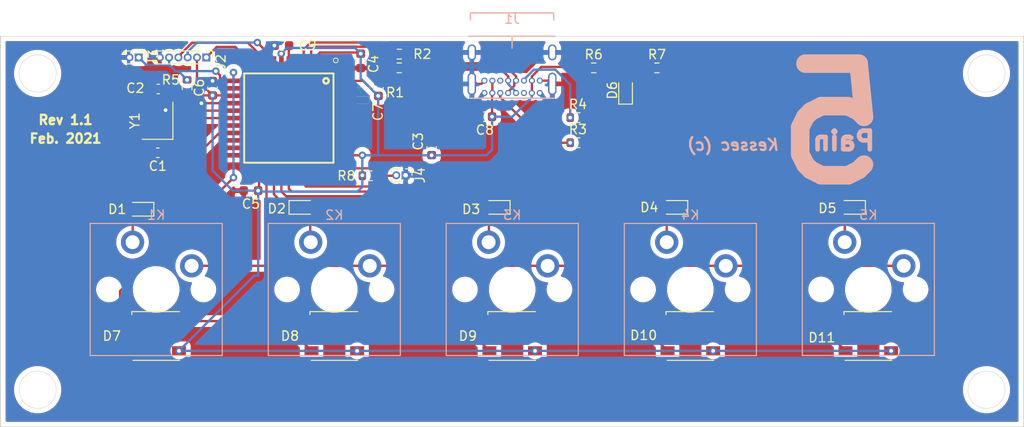
<source format=kicad_pcb>
(kicad_pcb (version 20171130) (host pcbnew "(5.1.7)-1")
  (layers (0 F.Cu signal) (31 B.Cu signal) (34 B.Paste user) (35 F.Paste user) (36 B.SilkS user) (37 F.SilkS user) (38 B.Mask user) (39 F.Mask user) (44 Edge.Cuts user))
  (net 0 "")
  (net 1 /XTAL1)
  (net 2 GND)
  (net 3 /XTAL2)
  (net 4 VCC)
  (net 5 "Net-(C9-Pad1)")
  (net 6 /K1)
  (net 7 "Net-(D1-Pad2)")
  (net 8 "Net-(D2-Pad2)")
  (net 9 /K2)
  (net 10 /K3)
  (net 11 "Net-(D3-Pad2)")
  (net 12 "Net-(D4-Pad2)")
  (net 13 /K4)
  (net 14 /K5)
  (net 15 "Net-(D5-Pad2)")
  (net 16 "Net-(J1-PadB5)")
  (net 17 "Net-(J1-PadA6)")
  (net 18 "Net-(J1-PadA7)")
  (net 19 "Net-(J1-PadB8)")
  (net 20 "Net-(J1-PadA8)")
  (net 21 "Net-(J1-PadA5)")
  (net 22 /MISO)
  (net 23 /SCK)
  (net 24 /MOSI)
  (net 25 /RST)
  (net 26 /DATA-)
  (net 27 /DATA+)
  (net 28 "Net-(U1-Pad1)")
  (net 29 "Net-(U1-Pad8)")
  (net 30 "Net-(U1-Pad22)")
  (net 31 "Net-(U1-Pad29)")
  (net 32 "Net-(U1-Pad31)")
  (net 33 "Net-(U1-Pad32)")
  (net 34 "Net-(U1-Pad42)")
  (net 35 "Net-(U1-Pad19)")
  (net 36 "Net-(U1-Pad20)")
  (net 37 "Net-(U1-Pad21)")
  (net 38 "Net-(U1-Pad36)")
  (net 39 "Net-(U1-Pad37)")
  (net 40 "Net-(U1-Pad38)")
  (net 41 "Net-(U1-Pad39)")
  (net 42 "Net-(U1-Pad40)")
  (net 43 "Net-(U1-Pad41)")
  (net 44 /KVCC)
  (net 45 "Net-(D6-Pad2)")
  (net 46 "Net-(J4-Pad2)")
  (net 47 "Net-(D7-Pad4)")
  (net 48 /RGB_OUT)
  (net 49 "Net-(D8-Pad4)")
  (net 50 "Net-(D10-Pad2)")
  (net 51 "Net-(D10-Pad4)")
  (net 52 "Net-(D11-Pad4)")
  (module Switch_Keyboard_Cherry_MX:SW_Cherry_MX_PCB_1.00u (layer B.Cu) (at 203.3 90.22 180)
    (fp_text reference K5 (at 0 8) (layer B.SilkS) (effects (justify mirror)))
    (fp_text value KEYSW)
    (pad 1 thru_hole circle (at -3.81 2.54 180) (size 2.5 2.5) (drill 1.5) (layers *.Cu F.Mask) (net 44 /KVCC))
    (pad 2 thru_hole circle (at 2.54 5.08 180) (size 2.5 2.5) (drill 1.5) (layers *.Cu F.Mask) (net 15 "Net-(D5-Pad2)"))
    (pad "" np_thru_hole circle (at 0 0 180) (size 4 4) (drill 4) (layers *.Cu *.Mask))
    (pad "" np_thru_hole circle (at -5.08 0 180) (size 1.75 1.75) (drill 1.75) (layers *.Cu *.Mask))
    (pad "" np_thru_hole circle (at 5.08 0 180) (size 1.75 1.75) (drill 1.75) (layers *.Cu *.Mask))
  )
  (module Type-C:USB_C_GCT_USB4085 (layer B.Cu) (at 165 63)
    (fp_text reference J1 (at 0 -1.85) (layer B.SilkS) (effects (justify mirror)))
    (fp_text value USB_C_Receptacle_USB2.0)
    (pad S1 thru_hole oval (at 4.325 1.74) (size 0.9 1.7) (drill oval 0.6 1.4) (layers *.Cu *.Mask) (net 2 GND))
    (pad S1 thru_hole oval (at -4.325 1.74) (size 0.9 1.7) (drill oval 0.6 1.4) (layers *.Cu *.Mask) (net 2 GND))
    (pad S1 thru_hole oval (at 4.325 5.12) (size 0.9 2.4) (drill oval 0.6 2.1) (layers *.Cu *.Mask) (net 2 GND))
    (pad S1 thru_hole oval (at -4.325 5.12) (size 0.9 2.4) (drill oval 0.6 2.1) (layers *.Cu *.Mask) (net 2 GND))
    (pad B1 thru_hole circle (at 2.98 4.775) (size 0.65 0.65) (drill 0.4) (layers *.Cu *.Mask) (net 2 GND))
    (pad B4 thru_hole circle (at 2.13 4.775) (size 0.65 0.65) (drill 0.4) (layers *.Cu *.Mask) (net 4 VCC))
    (pad B5 thru_hole circle (at 1.28 4.775) (size 0.65 0.65) (drill 0.4) (layers *.Cu *.Mask) (net 16 "Net-(J1-PadB5)"))
    (pad B6 thru_hole circle (at 0.43 4.775) (size 0.65 0.65) (drill 0.4) (layers *.Cu *.Mask) (net 17 "Net-(J1-PadA6)"))
    (pad B7 thru_hole circle (at -0.42 4.775) (size 0.65 0.65) (drill 0.4) (layers *.Cu *.Mask) (net 18 "Net-(J1-PadA7)"))
    (pad B8 thru_hole circle (at -1.27 4.775) (size 0.65 0.65) (drill 0.4) (layers *.Cu *.Mask) (net 19 "Net-(J1-PadB8)"))
    (pad B9 thru_hole circle (at -2.12 4.775) (size 0.65 0.65) (drill 0.4) (layers *.Cu *.Mask) (net 4 VCC))
    (pad B12 thru_hole circle (at -2.975 4.775) (size 0.65 0.65) (drill 0.4) (layers *.Cu *.Mask) (net 2 GND))
    (pad A12 thru_hole circle (at 2.975 6.1) (size 0.65 0.65) (drill 0.4) (layers *.Cu *.Mask) (net 2 GND))
    (pad A9 thru_hole circle (at 2.125 6.1) (size 0.65 0.65) (drill 0.4) (layers *.Cu *.Mask) (net 4 VCC))
    (pad A8 thru_hole circle (at 1.275 6.1) (size 0.65 0.65) (drill 0.4) (layers *.Cu *.Mask) (net 20 "Net-(J1-PadA8)"))
    (pad A7 thru_hole circle (at 0.425 6.1) (size 0.65 0.65) (drill 0.4) (layers *.Cu *.Mask) (net 18 "Net-(J1-PadA7)"))
    (pad A6 thru_hole circle (at -0.425 6.1) (size 0.65 0.65) (drill 0.4) (layers *.Cu *.Mask) (net 17 "Net-(J1-PadA6)"))
    (pad A4 thru_hole circle (at -2.125 6.1) (size 0.65 0.65) (drill 0.4) (layers *.Cu *.Mask) (net 4 VCC))
    (pad A1 thru_hole circle (at -2.975 6.1) (size 0.65 0.65) (drill 0.4) (layers *.Cu *.Mask) (net 2 GND))
    (pad A5 thru_hole circle (at -1.275 6.1) (size 0.65 0.65) (drill 0.4) (layers *.Cu *.Mask) (net 21 "Net-(J1-PadA5)"))
  )
  (module Connector_PinHeader_1.00mm:PinHeader_1x06_P1.00mm_Vertical (layer F.Cu) (at 132.129 65.278 270)
    (fp_text reference J2 (at 0.5 -1.56 90) (layer F.SilkS))
    (fp_text value "ISP Programming")
    (pad 6 thru_hole oval (at 0 5 270) (size 0.85 0.85) (drill 0.5) (layers *.Cu *.Mask) (net 2 GND))
    (pad 5 thru_hole oval (at 0 4 270) (size 0.85 0.85) (drill 0.5) (layers *.Cu *.Mask) (net 25 /RST))
    (pad 4 thru_hole oval (at 0 3 270) (size 0.85 0.85) (drill 0.5) (layers *.Cu *.Mask) (net 24 /MOSI))
    (pad 3 thru_hole oval (at 0 2 270) (size 0.85 0.85) (drill 0.5) (layers *.Cu *.Mask) (net 23 /SCK))
    (pad 2 thru_hole oval (at 0 1 270) (size 0.85 0.85) (drill 0.5) (layers *.Cu *.Mask) (net 4 VCC))
    (pad 1 thru_hole rect (at 0 0 270) (size 0.85 0.85) (drill 0.5) (layers *.Cu *.Mask) (net 22 /MISO))
  )
  (module Capacitor_SMD:C_0603_1608Metric (layer F.Cu) (at 126.915 75.53 180)
    (fp_text reference C1 (at 0 -1.43) (layer F.SilkS))
    (fp_text value 22pF)
    (pad 1 smd roundrect (at -0.775 0 180) (size 0.9 0.95) (layers F.Cu F.Paste F.Mask) (net 1 /XTAL1))
    (pad 2 smd roundrect (at 0.775 0 180) (size 0.9 0.95) (layers F.Cu F.Paste F.Mask) (net 2 GND))
  )
  (module Capacitor_SMD:C_0603_1608Metric (layer F.Cu) (at 126.965 68.672 180)
    (fp_text reference C2 (at 2.468 0.092) (layer F.SilkS))
    (fp_text value 22pF)
    (pad 1 smd roundrect (at -0.775 0 180) (size 0.9 0.95) (layers F.Cu F.Paste F.Mask) (net 3 /XTAL2))
    (pad 2 smd roundrect (at 0.775 0 180) (size 0.9 0.95) (layers F.Cu F.Paste F.Mask) (net 2 GND))
  )
  (module Capacitor_SMD:C_0603_1608Metric (layer F.Cu) (at 156.35 75.0065 90)
    (fp_text reference C3 (at 0.7 -1.45 90) (layer F.SilkS))
    (fp_text value 10uF)
    (pad 2 smd roundrect (at 0.775 0 90) (size 0.9 0.95) (layers F.Cu F.Paste F.Mask) (net 2 GND))
    (pad 1 smd roundrect (at -0.775 0 90) (size 0.9 0.95) (layers F.Cu F.Paste F.Mask) (net 4 VCC))
  )
  (module Capacitor_SMD:C_0603_1608Metric (layer F.Cu) (at 148.725 65.65 270)
    (fp_text reference C4 (at 0.34 -1.385 90) (layer F.SilkS))
    (fp_text value 0.1uF)
    (pad 1 smd roundrect (at -0.775 0 270) (size 0.9 0.95) (layers F.Cu F.Paste F.Mask) (net 4 VCC))
    (pad 2 smd roundrect (at 0.775 0 270) (size 0.9 0.95) (layers F.Cu F.Paste F.Mask) (net 2 GND))
  )
  (module Capacitor_SMD:C_0603_1608Metric (layer F.Cu) (at 136.925 79.6 180)
    (fp_text reference C5 (at 0 -1.43) (layer F.SilkS))
    (fp_text value 0.1uF)
    (pad 2 smd roundrect (at 0.775 0 180) (size 0.9 0.95) (layers F.Cu F.Paste F.Mask) (net 2 GND))
    (pad 1 smd roundrect (at -0.775 0 180) (size 0.9 0.95) (layers F.Cu F.Paste F.Mask) (net 4 VCC))
  )
  (module Capacitor_SMD:C_0603_1608Metric (layer F.Cu) (at 132.8 68.59 90)
    (fp_text reference C6 (at 0.055 -1.43 90) (layer F.SilkS))
    (fp_text value 0.1uF)
    (pad 1 smd roundrect (at -0.775 0 90) (size 0.9 0.95) (layers F.Cu F.Paste F.Mask) (net 4 VCC))
    (pad 2 smd roundrect (at 0.775 0 90) (size 0.9 0.95) (layers F.Cu F.Paste F.Mask) (net 2 GND))
  )
  (module Capacitor_SMD:C_0603_1608Metric (layer F.Cu) (at 150.63 68.64 90)
    (fp_text reference C7 (at -2.5 -0.05 90) (layer F.SilkS))
    (fp_text value 0.1uF)
    (pad 2 smd roundrect (at 0.775 0 90) (size 0.9 0.95) (layers F.Cu F.Paste F.Mask) (net 2 GND))
    (pad 1 smd roundrect (at -0.775 0 90) (size 0.9 0.95) (layers F.Cu F.Paste F.Mask) (net 4 VCC))
  )
  (module Capacitor_SMD:C_0603_1608Metric (layer F.Cu) (at 162.075 71.65 180)
    (fp_text reference C8 (at 0 -1.43) (layer F.SilkS))
    (fp_text value 4.7uF)
    (pad 1 smd roundrect (at -0.775 0 180) (size 0.9 0.95) (layers F.Cu F.Paste F.Mask) (net 4 VCC))
    (pad 2 smd roundrect (at 0.775 0 180) (size 0.9 0.95) (layers F.Cu F.Paste F.Mask) (net 2 GND))
  )
  (module Diode_SMD:D_0603_1608Metric (layer F.Cu) (at 125 81.6 180)
    (fp_text reference D1 (at 2.45 0) (layer F.SilkS))
    (fp_text value D_Schottky)
    (pad 1 smd roundrect (at -0.7875 0 180) (size 0.875 0.95) (layers F.Cu F.Paste F.Mask) (net 6 /K1))
    (pad 2 smd roundrect (at 0.7875 0 180) (size 0.875 0.95) (layers F.Cu F.Paste F.Mask) (net 7 "Net-(D1-Pad2)"))
  )
  (module Diode_SMD:D_0603_1608Metric (layer F.Cu) (at 142.5125 81.4)
    (fp_text reference D2 (at -2.8125 0.134) (layer F.SilkS))
    (fp_text value D_Schottky)
    (pad 1 smd roundrect (at -0.7875 0) (size 0.875 0.95) (layers F.Cu F.Paste F.Mask) (net 9 /K2))
    (pad 2 smd roundrect (at 0.7875 0) (size 0.875 0.95) (layers F.Cu F.Paste F.Mask) (net 8 "Net-(D2-Pad2)"))
  )
  (module Diode_SMD:D_0603_1608Metric (layer F.Cu) (at 163.3 81.4 180)
    (fp_text reference D3 (at 2.7 -0.2) (layer F.SilkS))
    (fp_text value D_Schottky)
    (pad 2 smd roundrect (at 0.7875 0 180) (size 0.875 0.95) (layers F.Cu F.Paste F.Mask) (net 11 "Net-(D3-Pad2)"))
    (pad 1 smd roundrect (at -0.7875 0 180) (size 0.875 0.95) (layers F.Cu F.Paste F.Mask) (net 10 /K3))
  )
  (module Diode_SMD:D_0603_1608Metric (layer F.Cu) (at 182.4 81.4 180)
    (fp_text reference D4 (at 2.65 0) (layer F.SilkS))
    (fp_text value D_Schottky)
    (pad 1 smd roundrect (at -0.7875 0 180) (size 0.875 0.95) (layers F.Cu F.Paste F.Mask) (net 13 /K4))
    (pad 2 smd roundrect (at 0.7875 0 180) (size 0.875 0.95) (layers F.Cu F.Paste F.Mask) (net 12 "Net-(D4-Pad2)"))
  )
  (module Diode_SMD:D_0603_1608Metric (layer F.Cu) (at 201.5 81.4 180)
    (fp_text reference D5 (at 2.6 -0.1) (layer F.SilkS))
    (fp_text value D_Schottky)
    (pad 2 smd roundrect (at 0.7875 0 180) (size 0.875 0.95) (layers F.Cu F.Paste F.Mask) (net 15 "Net-(D5-Pad2)"))
    (pad 1 smd roundrect (at -0.7875 0 180) (size 0.875 0.95) (layers F.Cu F.Paste F.Mask) (net 14 /K5))
  )
  (module LED_SMD:LED_0603_1608Metric (layer F.Cu) (at 177.2 68.8125 90)
    (fp_text reference D6 (at 0 -1.43 90) (layer F.SilkS))
    (fp_text value POWER_LED)
    (pad 1 smd roundrect (at -0.7875 0 90) (size 0.875 0.95) (layers F.Cu F.Paste F.Mask) (net 2 GND))
    (pad 2 smd roundrect (at 0.7875 0 90) (size 0.875 0.95) (layers F.Cu F.Paste F.Mask) (net 45 "Net-(D6-Pad2)"))
  )
  (module Connector_PinHeader_1.00mm:PinHeader_1x02_P1.00mm_Vertical (layer F.Cu) (at 124.861 65.278 270)
    (fp_text reference J3 (at 0 -1.56 90) (layer F.SilkS))
    (fp_text value Reseter)
    (pad 1 thru_hole rect (at 0 0 270) (size 0.85 0.85) (drill 0.5) (layers *.Cu *.Mask) (net 25 /RST))
    (pad 2 thru_hole oval (at 0 1 270) (size 0.85 0.85) (drill 0.5) (layers *.Cu *.Mask) (net 2 GND))
  )
  (module Switch_Keyboard_Cherry_MX:SW_Cherry_MX_PCB_1.00u (layer B.Cu) (at 126.74 90.225 180)
    (fp_text reference K1 (at 0 8) (layer B.SilkS) (effects (justify mirror)))
    (fp_text value KEYSW)
    (pad 1 thru_hole circle (at -3.81 2.54 180) (size 2.5 2.5) (drill 1.5) (layers *.Cu F.Mask) (net 44 /KVCC))
    (pad 2 thru_hole circle (at 2.54 5.08 180) (size 2.5 2.5) (drill 1.5) (layers *.Cu F.Mask) (net 7 "Net-(D1-Pad2)"))
    (pad "" np_thru_hole circle (at 0 0 180) (size 4 4) (drill 4) (layers *.Cu *.Mask))
    (pad "" np_thru_hole circle (at -5.08 0 180) (size 1.75 1.75) (drill 1.75) (layers *.Cu *.Mask))
    (pad "" np_thru_hole circle (at 5.08 0 180) (size 1.75 1.75) (drill 1.75) (layers *.Cu *.Mask))
  )
  (module Switch_Keyboard_Cherry_MX:SW_Cherry_MX_PCB_1.00u (layer B.Cu) (at 145.89 90.225 180)
    (fp_text reference K2 (at 0 8) (layer B.SilkS) (effects (justify mirror)))
    (fp_text value KEYSW)
    (pad "" np_thru_hole circle (at 5.08 0 180) (size 1.75 1.75) (drill 1.75) (layers *.Cu *.Mask))
    (pad "" np_thru_hole circle (at -5.08 0 180) (size 1.75 1.75) (drill 1.75) (layers *.Cu *.Mask))
    (pad "" np_thru_hole circle (at 0 0 180) (size 4 4) (drill 4) (layers *.Cu *.Mask))
    (pad 2 thru_hole circle (at 2.54 5.08 180) (size 2.5 2.5) (drill 1.5) (layers *.Cu F.Mask) (net 8 "Net-(D2-Pad2)"))
    (pad 1 thru_hole circle (at -3.81 2.54 180) (size 2.5 2.5) (drill 1.5) (layers *.Cu F.Mask) (net 44 /KVCC))
  )
  (module Switch_Keyboard_Cherry_MX:SW_Cherry_MX_PCB_1.00u (layer B.Cu) (at 165.015 90.225 180)
    (fp_text reference K3 (at 0 8) (layer B.SilkS) (effects (justify mirror)))
    (fp_text value KEYSW)
    (pad 1 thru_hole circle (at -3.81 2.54 180) (size 2.5 2.5) (drill 1.5) (layers *.Cu F.Mask) (net 44 /KVCC))
    (pad 2 thru_hole circle (at 2.54 5.08 180) (size 2.5 2.5) (drill 1.5) (layers *.Cu F.Mask) (net 11 "Net-(D3-Pad2)"))
    (pad "" np_thru_hole circle (at 0 0 180) (size 4 4) (drill 4) (layers *.Cu *.Mask))
    (pad "" np_thru_hole circle (at -5.08 0 180) (size 1.75 1.75) (drill 1.75) (layers *.Cu *.Mask))
    (pad "" np_thru_hole circle (at 5.08 0 180) (size 1.75 1.75) (drill 1.75) (layers *.Cu *.Mask))
  )
  (module Switch_Keyboard_Cherry_MX:SW_Cherry_MX_PCB_1.00u (layer B.Cu) (at 184.165 90.225 180)
    (fp_text reference K4 (at 0 8) (layer B.SilkS) (effects (justify mirror)))
    (fp_text value KEYSW)
    (pad "" np_thru_hole circle (at 5.08 0 180) (size 1.75 1.75) (drill 1.75) (layers *.Cu *.Mask))
    (pad "" np_thru_hole circle (at -5.08 0 180) (size 1.75 1.75) (drill 1.75) (layers *.Cu *.Mask))
    (pad "" np_thru_hole circle (at 0 0 180) (size 4 4) (drill 4) (layers *.Cu *.Mask))
    (pad 2 thru_hole circle (at 2.54 5.08 180) (size 2.5 2.5) (drill 1.5) (layers *.Cu F.Mask) (net 12 "Net-(D4-Pad2)"))
    (pad 1 thru_hole circle (at -3.81 2.54 180) (size 2.5 2.5) (drill 1.5) (layers *.Cu F.Mask) (net 44 /KVCC))
  )
  (module Resistor_SMD:R_0603_1608Metric (layer F.Cu) (at 152.875 66.4)
    (fp_text reference R1 (at -0.45 2.65) (layer F.SilkS))
    (fp_text value 22)
    (pad 1 smd roundrect (at -0.825 0) (size 0.8 0.95) (layers F.Cu F.Paste F.Mask) (net 26 /DATA-))
    (pad 2 smd roundrect (at 0.825 0) (size 0.8 0.95) (layers F.Cu F.Paste F.Mask) (net 18 "Net-(J1-PadA7)"))
  )
  (module Resistor_SMD:R_0603_1608Metric (layer F.Cu) (at 152.875 64.925)
    (fp_text reference R2 (at 2.475 0) (layer F.SilkS))
    (fp_text value 22)
    (pad 1 smd roundrect (at -0.825 0) (size 0.8 0.95) (layers F.Cu F.Paste F.Mask) (net 27 /DATA+))
    (pad 2 smd roundrect (at 0.825 0) (size 0.8 0.95) (layers F.Cu F.Paste F.Mask) (net 17 "Net-(J1-PadA6)"))
  )
  (module Resistor_SMD:R_0603_1608Metric (layer F.Cu) (at 172.075 74.45)
    (fp_text reference R3 (at 0 -1.43) (layer F.SilkS))
    (fp_text value 5.1k)
    (pad 2 smd roundrect (at 0.825 0) (size 0.8 0.95) (layers F.Cu F.Paste F.Mask) (net 2 GND))
    (pad 1 smd roundrect (at -0.825 0) (size 0.8 0.95) (layers F.Cu F.Paste F.Mask) (net 21 "Net-(J1-PadA5)"))
  )
  (module Resistor_SMD:R_0603_1608Metric (layer F.Cu) (at 172.075 71.75)
    (fp_text reference R4 (at 0 -1.43) (layer F.SilkS))
    (fp_text value 5.1k)
    (pad 1 smd roundrect (at -0.825 0) (size 0.8 0.95) (layers F.Cu F.Paste F.Mask) (net 16 "Net-(J1-PadB5)"))
    (pad 2 smd roundrect (at 0.825 0) (size 0.8 0.95) (layers F.Cu F.Paste F.Mask) (net 2 GND))
  )
  (module Resistor_SMD:R_0603_1608Metric (layer F.Cu) (at 130.062 68.517 90)
    (fp_text reference R5 (at 0.825 -1.749) (layer F.SilkS))
    (fp_text value 10K)
    (pad 2 smd roundrect (at 0.825 0 90) (size 0.8 0.95) (layers F.Cu F.Paste F.Mask) (net 25 /RST))
    (pad 1 smd roundrect (at -0.825 0 90) (size 0.8 0.95) (layers F.Cu F.Paste F.Mask) (net 4 VCC))
  )
  (module Resistor_SMD:R_0603_1608Metric (layer F.Cu) (at 173.775 66.4)
    (fp_text reference R6 (at 0 -1.43) (layer F.SilkS))
    (fp_text value 1K)
    (pad 2 smd roundrect (at 0.825 0) (size 0.8 0.95) (layers F.Cu F.Paste F.Mask) (net 45 "Net-(D6-Pad2)"))
    (pad 1 smd roundrect (at -0.825 0) (size 0.8 0.95) (layers F.Cu F.Paste F.Mask) (net 4 VCC))
  )
  (module Resistor_SMD:R_0603_1608Metric (layer F.Cu) (at 180.575 66.4)
    (fp_text reference R7 (at 0 -1.43) (layer F.SilkS))
    (fp_text value 2K)
    (pad 1 smd roundrect (at -0.825 0) (size 0.8 0.95) (layers F.Cu F.Paste F.Mask) (net 45 "Net-(D6-Pad2)"))
    (pad 2 smd roundrect (at 0.825 0) (size 0.8 0.95) (layers F.Cu F.Paste F.Mask) (net 2 GND))
  )
  (module Connector_PinHeader_1.00mm:PinHeader_1x02_P1.00mm_Vertical (layer F.Cu) (at 153.55 77.95 270)
    (fp_text reference J4 (at 0 -1.56 90) (layer F.SilkS))
    (fp_text value Bootloader)
    (pad 1 thru_hole rect (at 0 0 270) (size 0.85 0.85) (drill 0.5) (layers *.Cu *.Mask) (net 2 GND))
    (pad 2 thru_hole oval (at 0 1 270) (size 0.85 0.85) (drill 0.5) (layers *.Cu *.Mask) (net 46 "Net-(J4-Pad2)"))
  )
  (module Resistor_SMD:R_0603_1608Metric (layer F.Cu) (at 149.725 78)
    (fp_text reference R8 (at -2.54 0) (layer F.SilkS))
    (fp_text value 10K)
    (pad 1 smd roundrect (at -0.825 0) (size 0.8 0.95) (layers F.Cu F.Paste F.Mask) (net 4 VCC))
    (pad 2 smd roundrect (at 0.825 0) (size 0.8 0.95) (layers F.Cu F.Paste F.Mask) (net 46 "Net-(J4-Pad2)"))
  )
  (module ATMEGA-32U4-AU:QFP80P1200X1200X120-44N (layer F.Cu) (at 141 71.8 270)
    (fp_text reference U1 (at -2.589245 -8.027135 90) (layer F.SilkS) (effects (font (size 1.402291 1.402291) (thickness 0.015))))
    (fp_text value "MCU-ATMEGA32U4-MUR(VQFN44)")
    (pad 1 smd rect (at -5.9 -4 270) (size 1.5 0.5) (layers F.Cu F.Paste F.Mask) (net 28 "Net-(U1-Pad1)"))
    (pad 2 smd rect (at -5.9 -3.2 270) (size 1.5 0.5) (layers F.Cu F.Paste F.Mask) (net 4 VCC))
    (pad 3 smd rect (at -5.9 -2.4 270) (size 1.5 0.5) (layers F.Cu F.Paste F.Mask) (net 26 /DATA-))
    (pad 4 smd rect (at -5.9 -1.6 270) (size 1.5 0.5) (layers F.Cu F.Paste F.Mask) (net 27 /DATA+))
    (pad 5 smd rect (at -5.9 -0.8 270) (size 1.5 0.5) (layers F.Cu F.Paste F.Mask) (net 2 GND))
    (pad 6 smd rect (at -5.9 0 270) (size 1.5 0.5) (layers F.Cu F.Paste F.Mask) (net 5 "Net-(C9-Pad1)"))
    (pad 7 smd rect (at -5.9 0.8 270) (size 1.5 0.5) (layers F.Cu F.Paste F.Mask) (net 4 VCC))
    (pad 8 smd rect (at -5.9 1.6 270) (size 1.5 0.5) (layers F.Cu F.Paste F.Mask) (net 29 "Net-(U1-Pad8)"))
    (pad 9 smd rect (at -5.9 2.4 270) (size 1.5 0.5) (layers F.Cu F.Paste F.Mask) (net 23 /SCK))
    (pad 10 smd rect (at -5.9 3.2 270) (size 1.5 0.5) (layers F.Cu F.Paste F.Mask) (net 24 /MOSI))
    (pad 11 smd rect (at -5.9 4 270) (size 1.5 0.5) (layers F.Cu F.Paste F.Mask) (net 22 /MISO))
    (pad 12 smd rect (at -4 5.9 270) (size 0.5 1.5) (layers F.Cu F.Paste F.Mask) (net 48 /RGB_OUT))
    (pad 13 smd rect (at -3.2 5.9 270) (size 0.5 1.5) (layers F.Cu F.Paste F.Mask) (net 25 /RST))
    (pad 14 smd rect (at -2.4 5.9 270) (size 0.5 1.5) (layers F.Cu F.Paste F.Mask) (net 4 VCC))
    (pad 15 smd rect (at -1.6 5.9 270) (size 0.5 1.5) (layers F.Cu F.Paste F.Mask) (net 2 GND))
    (pad 16 smd rect (at -0.8 5.9 270) (size 0.5 1.5) (layers F.Cu F.Paste F.Mask) (net 3 /XTAL2))
    (pad 17 smd rect (at 0 5.9 270) (size 0.5 1.5) (layers F.Cu F.Paste F.Mask) (net 1 /XTAL1))
    (pad 18 smd rect (at 0.8 5.9 270) (size 0.5 1.5) (layers F.Cu F.Paste F.Mask) (net 6 /K1))
    (pad 19 smd rect (at 1.6 5.9 270) (size 0.5 1.5) (layers F.Cu F.Paste F.Mask) (net 35 "Net-(U1-Pad19)"))
    (pad 20 smd rect (at 2.4 5.9 270) (size 0.5 1.5) (layers F.Cu F.Paste F.Mask) (net 36 "Net-(U1-Pad20)"))
    (pad 21 smd rect (at 3.2 5.9 270) (size 0.5 1.5) (layers F.Cu F.Paste F.Mask) (net 37 "Net-(U1-Pad21)"))
    (pad 22 smd rect (at 4 5.9 270) (size 0.5 1.5) (layers F.Cu F.Paste F.Mask) (net 30 "Net-(U1-Pad22)"))
    (pad 23 smd rect (at 5.9 4 270) (size 1.5 0.5) (layers F.Cu F.Paste F.Mask) (net 2 GND))
    (pad 24 smd rect (at 5.9 3.2 270) (size 1.5 0.5) (layers F.Cu F.Paste F.Mask) (net 4 VCC))
    (pad 25 smd rect (at 5.9 2.4 270) (size 1.5 0.5) (layers F.Cu F.Paste F.Mask) (net 44 /KVCC))
    (pad 26 smd rect (at 5.9 1.6 270) (size 1.5 0.5) (layers F.Cu F.Paste F.Mask) (net 9 /K2))
    (pad 27 smd rect (at 5.9 0.8 270) (size 1.5 0.5) (layers F.Cu F.Paste F.Mask) (net 10 /K3))
    (pad 28 smd rect (at 5.9 0 270) (size 1.5 0.5) (layers F.Cu F.Paste F.Mask) (net 13 /K4))
    (pad 29 smd rect (at 5.9 -0.8 270) (size 1.5 0.5) (layers F.Cu F.Paste F.Mask) (net 31 "Net-(U1-Pad29)"))
    (pad 30 smd rect (at 5.9 -1.6 270) (size 1.5 0.5) (layers F.Cu F.Paste F.Mask) (net 14 /K5))
    (pad 31 smd rect (at 5.9 -2.4 270) (size 1.5 0.5) (layers F.Cu F.Paste F.Mask) (net 32 "Net-(U1-Pad31)"))
    (pad 32 smd rect (at 5.9 -3.2 270) (size 1.5 0.5) (layers F.Cu F.Paste F.Mask) (net 33 "Net-(U1-Pad32)"))
    (pad 33 smd rect (at 5.9 -4 270) (size 1.5 0.5) (layers F.Cu F.Paste F.Mask) (net 46 "Net-(J4-Pad2)"))
    (pad 34 smd rect (at 4 -5.9 270) (size 0.5 1.5) (layers F.Cu F.Paste F.Mask) (net 4 VCC))
    (pad 35 smd rect (at 3.2 -5.9 270) (size 0.5 1.5) (layers F.Cu F.Paste F.Mask) (net 2 GND))
    (pad 36 smd rect (at 2.4 -5.9 270) (size 0.5 1.5) (layers F.Cu F.Paste F.Mask) (net 38 "Net-(U1-Pad36)"))
    (pad 37 smd rect (at 1.6 -5.9 270) (size 0.5 1.5) (layers F.Cu F.Paste F.Mask) (net 39 "Net-(U1-Pad37)"))
    (pad 38 smd rect (at 0.8 -5.9 270) (size 0.5 1.5) (layers F.Cu F.Paste F.Mask) (net 40 "Net-(U1-Pad38)"))
    (pad 39 smd rect (at 0 -5.9 270) (size 0.5 1.5) (layers F.Cu F.Paste F.Mask) (net 41 "Net-(U1-Pad39)"))
    (pad 40 smd rect (at -0.8 -5.9 270) (size 0.5 1.5) (layers F.Cu F.Paste F.Mask) (net 42 "Net-(U1-Pad40)"))
    (pad 41 smd rect (at -1.6 -5.9 270) (size 0.5 1.5) (layers F.Cu F.Paste F.Mask) (net 43 "Net-(U1-Pad41)"))
    (pad 42 smd rect (at -2.4 -5.9 270) (size 0.5 1.5) (layers F.Cu F.Paste F.Mask) (net 34 "Net-(U1-Pad42)"))
    (pad 43 smd rect (at -3.2 -5.9 270) (size 0.5 1.5) (layers F.Cu F.Paste F.Mask) (net 2 GND))
    (pad 44 smd rect (at -4 -5.9 270) (size 0.5 1.5) (layers F.Cu F.Paste F.Mask) (net 4 VCC))
  )
  (module Crystal:Crystal_SMD_3225-4Pin_3.2x2.5mm (layer F.Cu) (at 126.89 72.085 90)
    (fp_text reference Y1 (at 0 -2.45 90) (layer F.SilkS))
    (fp_text value Crystal_GND24)
    (pad 1 smd rect (at -1.1 0.85 90) (size 1.4 1.2) (layers F.Cu F.Paste F.Mask) (net 1 /XTAL1))
    (pad 2 smd rect (at 1.1 0.85 90) (size 1.4 1.2) (layers F.Cu F.Paste F.Mask) (net 2 GND))
    (pad 3 smd rect (at 1.1 -0.85 90) (size 1.4 1.2) (layers F.Cu F.Paste F.Mask) (net 3 /XTAL2))
    (pad 4 smd rect (at -1.1 -0.85 90) (size 1.4 1.2) (layers F.Cu F.Paste F.Mask) (net 2 GND))
  )
  (module Capacitor_SMD:C_0603_1608Metric (layer F.Cu) (at 140.258 64.008 180)
    (fp_text reference C9 (at -2.742 0.008) (layer F.SilkS))
    (fp_text value 1uF)
    (pad 1 smd roundrect (at -0.775 0 180) (size 0.9 0.95) (layers F.Cu F.Paste F.Mask) (net 5 "Net-(C9-Pad1)"))
    (pad 2 smd roundrect (at 0.775 0 180) (size 0.9 0.95) (layers F.Cu F.Paste F.Mask) (net 2 GND))
  )
  (module LED_SMD:LED_Inolux_IN-PI554FCH_PLCC4_5.0x5.0mm_P3.2mm (layer F.Cu) (at 126.74 95.225)
    (fp_text reference D7 (at -4.77 0) (layer F.SilkS))
    (fp_text value Inolux_IN-PI554FCH)
    (pad 3 smd rect (at 2.45 1.6) (size 1.5 1) (layers F.Cu F.Paste F.Mask) (net 4 VCC))
    (pad 4 smd rect (at 2.45 -1.6) (size 1.5 1) (layers F.Cu F.Paste F.Mask) (net 47 "Net-(D7-Pad4)"))
    (pad 2 smd rect (at -2.45 1.6) (size 1.5 1) (layers F.Cu F.Paste F.Mask) (net 48 /RGB_OUT))
    (pad 1 smd rect (at -2.45 -1.6) (size 1.5 1) (layers F.Cu F.Paste F.Mask) (net 2 GND))
  )
  (module LED_SMD:LED_Inolux_IN-PI554FCH_PLCC4_5.0x5.0mm_P3.2mm (layer F.Cu) (at 145.89 95.225)
    (fp_text reference D8 (at -4.77 0) (layer F.SilkS))
    (fp_text value Inolux_IN-PI554FCH)
    (pad 1 smd rect (at -2.45 -1.6) (size 1.5 1) (layers F.Cu F.Paste F.Mask) (net 2 GND))
    (pad 2 smd rect (at -2.45 1.6) (size 1.5 1) (layers F.Cu F.Paste F.Mask) (net 47 "Net-(D7-Pad4)"))
    (pad 4 smd rect (at 2.45 -1.6) (size 1.5 1) (layers F.Cu F.Paste F.Mask) (net 49 "Net-(D8-Pad4)"))
    (pad 3 smd rect (at 2.45 1.6) (size 1.5 1) (layers F.Cu F.Paste F.Mask) (net 4 VCC))
  )
  (module LED_SMD:LED_Inolux_IN-PI554FCH_PLCC4_5.0x5.0mm_P3.2mm (layer F.Cu) (at 165.015 95.225)
    (fp_text reference D9 (at -4.77 0) (layer F.SilkS))
    (fp_text value Inolux_IN-PI554FCH)
    (pad 3 smd rect (at 2.45 1.6) (size 1.5 1) (layers F.Cu F.Paste F.Mask) (net 4 VCC))
    (pad 4 smd rect (at 2.45 -1.6) (size 1.5 1) (layers F.Cu F.Paste F.Mask) (net 50 "Net-(D10-Pad2)"))
    (pad 2 smd rect (at -2.45 1.6) (size 1.5 1) (layers F.Cu F.Paste F.Mask) (net 49 "Net-(D8-Pad4)"))
    (pad 1 smd rect (at -2.45 -1.6) (size 1.5 1) (layers F.Cu F.Paste F.Mask) (net 2 GND))
  )
  (module LED_SMD:LED_Inolux_IN-PI554FCH_PLCC4_5.0x5.0mm_P3.2mm (layer F.Cu) (at 184.165 95.225)
    (fp_text reference D10 (at -5.023 -0.076) (layer F.SilkS))
    (fp_text value Inolux_IN-PI554FCH)
    (pad 1 smd rect (at -2.45 -1.6) (size 1.5 1) (layers F.Cu F.Paste F.Mask) (net 2 GND))
    (pad 2 smd rect (at -2.45 1.6) (size 1.5 1) (layers F.Cu F.Paste F.Mask) (net 50 "Net-(D10-Pad2)"))
    (pad 4 smd rect (at 2.45 -1.6) (size 1.5 1) (layers F.Cu F.Paste F.Mask) (net 51 "Net-(D10-Pad4)"))
    (pad 3 smd rect (at 2.45 1.6) (size 1.5 1) (layers F.Cu F.Paste F.Mask) (net 4 VCC))
  )
  (module LED_SMD:LED_Inolux_IN-PI554FCH_PLCC4_5.0x5.0mm_P3.2mm (layer F.Cu) (at 203.3 95.225)
    (fp_text reference D11 (at -4.994 0.178) (layer F.SilkS))
    (fp_text value Inolux_IN-PI554FCH)
    (pad 3 smd rect (at 2.45 1.6) (size 1.5 1) (layers F.Cu F.Paste F.Mask) (net 4 VCC))
    (pad 4 smd rect (at 2.45 -1.6) (size 1.5 1) (layers F.Cu F.Paste F.Mask) (net 52 "Net-(D11-Pad4)"))
    (pad 2 smd rect (at -2.45 1.6) (size 1.5 1) (layers F.Cu F.Paste F.Mask) (net 51 "Net-(D10-Pad4)"))
    (pad 1 smd rect (at -2.45 -1.6) (size 1.5 1) (layers F.Cu F.Paste F.Mask) (net 2 GND))
  )
  (gr_text "Rev 1.1\n" (at 117 72) (layer F.SilkS) (effects (font (size 1 1) (thickness 0.25))))
  (gr_text "Feb. 2021" (at 117 74) (layer F.SilkS) (effects (font (size 1 1) (thickness 0.25))))
  (gr_text 5 (at 199.4 72.5) (layer B.SilkS) (effects (font (size 12 12) (thickness 2)) (justify mirror)))
  (gr_circle (center 216 101) (end 216 103) (layer Edge.Cuts) (width 0.05))
  (gr_circle (center 114 101) (end 114 99) (layer Edge.Cuts) (width 0.05))
  (gr_text "Kessec (c)" (at 188.8 74.676) (layer B.SilkS) (effects (font (size 1.2 1.2) (thickness 0.25) italic) (justify mirror)))
  (gr_text Pain (at 200.65 74.25) (layer B.SilkS) (effects (font (size 2 2) (thickness 0.5)) (justify mirror)))
  (gr_circle (center 216 67) (end 216 65) (layer Edge.Cuts) (width 0.05))
  (gr_circle (center 114 67) (end 114 65) (layer Edge.Cuts) (width 0.05))
  (gr_line (start 110 63) (end 220 63) (layer Edge.Cuts) (width 0.05))
  (gr_line (start 220 63) (end 220 105) (layer Edge.Cuts) (width 0.1))
  (gr_line (start 110 105) (end 110 63) (layer Edge.Cuts) (width 0.1))
  (gr_line (start 220 105) (end 110 105) (layer Edge.Cuts) (width 0.1))
  (via (at 139.45 64) (size 0.8) (drill 0.4) (layers F.Cu B.Cu) (net 2))
  (segment (start 127.74 75.48) (end 127.69 75.53) (width 0.25) (layer F.Cu) (net 1))
  (segment (start 127.74 73.185) (end 127.74 75.48) (width 0.25) (layer F.Cu) (net 1))
  (segment (start 127.74 73.185) (end 127.865 73.06) (width 0.25) (layer F.Cu) (net 1))
  (segment (start 135.1 71.8) (end 130.13 71.8) (width 0.25) (layer F.Cu) (net 1))
  (segment (start 128.745 73.185) (end 127.74 73.185) (width 0.25) (layer F.Cu) (net 1))
  (segment (start 130.13 71.8) (end 128.745 73.185) (width 0.25) (layer F.Cu) (net 1))
  (via (at 127.749 70.9428) (size 0.8) (drill 0.4) (layers F.Cu B.Cu) (net 2))
  (segment (start 161.68 68.12) (end 162.025 67.775) (width 0.25) (layer F.Cu) (net 2))
  (segment (start 160.675 68.12) (end 161.68 68.12) (width 0.25) (layer F.Cu) (net 2))
  (segment (start 168.98 67.775) (end 169.325 68.12) (width 0.25) (layer F.Cu) (net 2))
  (segment (start 167.98 67.775) (end 168.98 67.775) (width 0.25) (layer F.Cu) (net 2))
  (via (at 132.8 67.8) (size 0.8) (drill 0.4) (layers F.Cu B.Cu) (net 2))
  (segment (start 132.8 67.815) (end 132.8 67.8) (width 0.25) (layer F.Cu) (net 2))
  (via (at 131.6 70.2) (size 0.8) (drill 0.4) (layers F.Cu B.Cu) (net 2))
  (segment (start 131.6 69) (end 131.6 70.2) (width 0.25) (layer B.Cu) (net 2))
  (segment (start 132.8 67.8) (end 131.6 69) (width 0.25) (layer B.Cu) (net 2))
  (segment (start 146.9 75) (end 148.2 75) (width 0.25) (layer F.Cu) (net 2))
  (segment (start 146.9 68.6) (end 148.4 68.6) (width 0.25) (layer F.Cu) (net 2))
  (segment (start 135.1 70.2) (end 131.6 70.2) (width 0.25) (layer F.Cu) (net 2))
  (segment (start 126.04 70.985) (end 126.04 70.885) (width 0.25) (layer F.Cu) (net 3))
  (segment (start 127.74 69.185) (end 127.74 68.672) (width 0.25) (layer F.Cu) (net 3))
  (segment (start 126.04 70.885) (end 127.74 69.185) (width 0.25) (layer F.Cu) (net 3))
  (segment (start 127.74 68.672) (end 127.782 68.672) (width 0.25) (layer F.Cu) (net 3))
  (segment (start 130.11 71) (end 135.1 71) (width 0.25) (layer F.Cu) (net 3))
  (segment (start 127.782 68.672) (end 130.11 71) (width 0.25) (layer F.Cu) (net 3))
  (segment (start 167.12 69.095) (end 167.125 69.1) (width 0.25) (layer F.Cu) (net 4))
  (segment (start 162.875 71.425) (end 162.65 71.65) (width 0.25) (layer F.Cu) (net 4))
  (segment (start 162.65 71.65) (end 162.65 71.65) (width 0.25) (layer F.Cu) (net 4))
  (segment (start 167.125 69.212002) (end 167.125 69.1) (width 0.25) (layer F.Cu) (net 4))
  (segment (start 167.125 67.78) (end 167.12 67.775) (width 0.25) (layer F.Cu) (net 4))
  (segment (start 162.87 71.63) (end 162.85 71.65) (width 0.25) (layer B.Cu) (net 4))
  (via (at 162.85 71.65) (size 0.8) (drill 0.4) (layers F.Cu B.Cu) (net 4))
  (segment (start 162.85 71.65) (end 162.85 75.2) (width 0.25) (layer B.Cu) (net 4))
  (segment (start 162.85 69.125) (end 162.875 69.1) (width 0.25) (layer F.Cu) (net 4))
  (segment (start 162.85 71.65) (end 162.85 69.125) (width 0.25) (layer F.Cu) (net 4))
  (segment (start 162.875 67.78) (end 162.88 67.775) (width 0.25) (layer F.Cu) (net 4))
  (segment (start 162.875 69.1) (end 162.875 67.78) (width 0.25) (layer F.Cu) (net 4))
  (segment (start 167.13 69.095) (end 167.125 69.1) (width 0.25) (layer F.Cu) (net 4))
  (segment (start 167.13 67.775) (end 167.13 69.095) (width 0.25) (layer F.Cu) (net 4))
  (segment (start 165.034619 71.65) (end 162.85 71.65) (width 0.25) (layer B.Cu) (net 4))
  (segment (start 167.13 67.315381) (end 168.145381 66.3) (width 0.25) (layer F.Cu) (net 4))
  (segment (start 167.13 67.775) (end 167.13 67.315381) (width 0.25) (layer F.Cu) (net 4))
  (segment (start 167.125 69.559619) (end 167.125 69.1) (width 0.25) (layer B.Cu) (net 4))
  (segment (start 165.034619 71.65) (end 167.125 69.559619) (width 0.25) (layer B.Cu) (net 4))
  (segment (start 172.85 66.3) (end 172.95 66.4) (width 0.25) (layer F.Cu) (net 4))
  (segment (start 168.145381 66.3) (end 172.85 66.3) (width 0.25) (layer F.Cu) (net 4))
  (segment (start 162.88 67.667998) (end 162.88 67.775) (width 0.25) (layer B.Cu) (net 4))
  (segment (start 137.8 77.7) (end 137.8 79.5) (width 0.25) (layer F.Cu) (net 4))
  (via (at 137.7 79.6) (size 0.8) (drill 0.4) (layers F.Cu B.Cu) (net 4))
  (via (at 148.9 77.95) (size 0.8) (drill 0.4) (layers F.Cu B.Cu) (net 4))
  (segment (start 148.9 78) (end 148.9 77.95) (width 0.25) (layer F.Cu) (net 4))
  (via (at 148.9 75.8) (size 0.8) (drill 0.4) (layers F.Cu B.Cu) (net 4))
  (segment (start 148.9 77.95) (end 148.9 75.8) (width 0.25) (layer B.Cu) (net 4))
  (segment (start 148.9 75.8) (end 146.9 75.8) (width 0.25) (layer F.Cu) (net 4))
  (segment (start 137.8 79.7) (end 137.7 79.6) (width 0.25) (layer B.Cu) (net 4))
  (segment (start 148.9 79.2) (end 148.4 79.7) (width 0.25) (layer B.Cu) (net 4))
  (segment (start 148.4 79.7) (end 137.8 79.7) (width 0.25) (layer B.Cu) (net 4))
  (segment (start 148.9 77.95) (end 148.9 79.2) (width 0.25) (layer B.Cu) (net 4))
  (segment (start 162.25 75.8) (end 162.3375 75.7125) (width 0.25) (layer B.Cu) (net 4))
  (segment (start 162.85 75.2) (end 162.3375 75.7125) (width 0.25) (layer B.Cu) (net 4))
  (via (at 150.6 69.41) (size 0.8) (drill 0.4) (layers F.Cu B.Cu) (net 4))
  (segment (start 150.605 69.415) (end 150.6 69.41) (width 0.25) (layer F.Cu) (net 4))
  (segment (start 150.63 69.415) (end 150.605 69.415) (width 0.25) (layer F.Cu) (net 4))
  (segment (start 150.6 69.41) (end 150.6 75.71) (width 0.25) (layer B.Cu) (net 4))
  (segment (start 150.69 75.8) (end 156.348 75.8) (width 0.25) (layer B.Cu) (net 4))
  (segment (start 150.6 75.71) (end 150.69 75.8) (width 0.25) (layer B.Cu) (net 4))
  (segment (start 148.9 75.8) (end 150.69 75.8) (width 0.25) (layer B.Cu) (net 4))
  (segment (start 148.99 67.8) (end 150.6 69.41) (width 0.25) (layer F.Cu) (net 4))
  (segment (start 146.9 67.8) (end 148.99 67.8) (width 0.25) (layer F.Cu) (net 4))
  (segment (start 135.065 69.365) (end 135.1 69.4) (width 0.25) (layer F.Cu) (net 4))
  (segment (start 132.8 69.365) (end 135.065 69.365) (width 0.25) (layer F.Cu) (net 4))
  (segment (start 156.348 75.8) (end 162.25 75.8) (width 0.25) (layer B.Cu) (net 4))
  (via (at 156.348 75.8) (size 0.8) (drill 0.4) (layers F.Cu B.Cu) (net 4))
  (segment (start 148.6 64.75) (end 148.725 64.875) (width 0.25) (layer F.Cu) (net 4))
  (segment (start 144.35 64.75) (end 148.6 64.75) (width 0.25) (layer F.Cu) (net 4))
  (segment (start 144.2 64.9) (end 144.35 64.75) (width 0.25) (layer F.Cu) (net 4))
  (segment (start 144.2 65.9) (end 144.2 64.9) (width 0.25) (layer F.Cu) (net 4))
  (via (at 148.725 64.875) (size 0.8) (drill 0.4) (layers F.Cu B.Cu) (net 4))
  (segment (start 148.725 67.535) (end 150.6 69.41) (width 0.25) (layer B.Cu) (net 4))
  (segment (start 148.725 64.875) (end 148.725 67.535) (width 0.25) (layer B.Cu) (net 4))
  (segment (start 131.129 67.694) (end 132.8 69.365) (width 0.25) (layer F.Cu) (net 4))
  (segment (start 131.129 65.278) (end 131.129 67.694) (width 0.25) (layer F.Cu) (net 4))
  (segment (start 130.085 69.365) (end 130.062 69.342) (width 0.25) (layer F.Cu) (net 4))
  (segment (start 132.8 69.365) (end 130.085 69.365) (width 0.25) (layer F.Cu) (net 4))
  (via (at 132.8 69.365) (size 0.8) (drill 0.4) (layers F.Cu B.Cu) (net 4))
  (segment (start 132.8 69.365) (end 132.8 77.441) (width 0.25) (layer B.Cu) (net 4))
  (segment (start 134.959 79.6) (end 132.8 77.441) (width 0.25) (layer B.Cu) (net 4))
  (segment (start 137.7 79.6) (end 134.959 79.6) (width 0.25) (layer B.Cu) (net 4))
  (segment (start 140.2 64.891406) (end 140.182924 64.87433) (width 0.25) (layer F.Cu) (net 4))
  (via (at 140.182924 64.87433) (size 0.8) (drill 0.4) (layers F.Cu B.Cu) (net 4))
  (segment (start 140.2 65.9) (end 140.2 64.891406) (width 0.25) (layer F.Cu) (net 4))
  (segment (start 148.36 64.51) (end 148.725 64.875) (width 0.25) (layer B.Cu) (net 4))
  (segment (start 148.112 64.262) (end 148.36 64.51) (width 0.25) (layer B.Cu) (net 4))
  (segment (start 140.795254 64.262) (end 148.112 64.262) (width 0.25) (layer B.Cu) (net 4))
  (segment (start 140.182924 64.87433) (end 140.795254 64.262) (width 0.25) (layer B.Cu) (net 4))
  (segment (start 137.7 79.6) (end 137.7 88.736) (width 0.25) (layer B.Cu) (net 4))
  (via (at 129.19 96.825) (size 0.8) (drill 0.4) (layers F.Cu B.Cu) (net 4))
  (segment (start 137.279 88.736) (end 129.19 96.825) (width 0.25) (layer B.Cu) (net 4))
  (segment (start 137.7 88.736) (end 137.279 88.736) (width 0.25) (layer B.Cu) (net 4))
  (via (at 148.34 96.825) (size 0.8) (drill 0.4) (layers F.Cu B.Cu) (net 4))
  (segment (start 129.19 96.825) (end 148.34 96.825) (width 0.25) (layer B.Cu) (net 4))
  (via (at 167.465 96.825) (size 0.8) (drill 0.4) (layers F.Cu B.Cu) (net 4))
  (segment (start 148.34 96.825) (end 167.465 96.825) (width 0.25) (layer B.Cu) (net 4))
  (via (at 186.615 96.825) (size 0.8) (drill 0.4) (layers F.Cu B.Cu) (net 4))
  (segment (start 167.465 96.825) (end 186.615 96.825) (width 0.25) (layer B.Cu) (net 4))
  (via (at 205.75 96.825) (size 0.8) (drill 0.4) (layers F.Cu B.Cu) (net 4))
  (segment (start 186.615 96.825) (end 205.75 96.825) (width 0.25) (layer B.Cu) (net 4))
  (segment (start 141 64.041) (end 141.033 64.008) (width 0.25) (layer F.Cu) (net 5))
  (segment (start 141 65.9) (end 141 64.041) (width 0.25) (layer F.Cu) (net 5))
  (segment (start 125.7875 81.125) (end 134.3125 72.6) (width 0.25) (layer F.Cu) (net 6))
  (segment (start 125.7875 81.6) (end 125.7875 81.125) (width 0.25) (layer F.Cu) (net 6))
  (segment (start 134.3125 72.6) (end 135.1 72.6) (width 0.25) (layer F.Cu) (net 6))
  (segment (start 124.2125 85.1325) (end 124.2 85.145) (width 0.25) (layer F.Cu) (net 7))
  (segment (start 124.2125 81.6) (end 124.2125 85.1325) (width 0.25) (layer F.Cu) (net 7))
  (segment (start 143.3 85.095) (end 143.35 85.145) (width 0.25) (layer F.Cu) (net 8))
  (segment (start 143.3 81.4) (end 143.3 85.095) (width 0.25) (layer F.Cu) (net 8))
  (segment (start 141.26359 81.4) (end 141.725 81.4) (width 0.25) (layer F.Cu) (net 9))
  (segment (start 140.8 81.4) (end 141.725 81.4) (width 0.25) (layer F.Cu) (net 9))
  (segment (start 139.4 80) (end 140.8 81.4) (width 0.25) (layer F.Cu) (net 9))
  (segment (start 139.4 80) (end 139.4 77.7) (width 0.25) (layer F.Cu) (net 9))
  (segment (start 162.8875 80.2) (end 164.0875 81.4) (width 0.25) (layer F.Cu) (net 10))
  (segment (start 140.7 80.2) (end 162.8875 80.2) (width 0.25) (layer F.Cu) (net 10))
  (segment (start 140.2 79.7) (end 140.7 80.2) (width 0.25) (layer F.Cu) (net 10))
  (segment (start 140.2 79.7) (end 140.2 77.7) (width 0.25) (layer F.Cu) (net 10))
  (segment (start 162.5125 85.1075) (end 162.475 85.145) (width 0.25) (layer F.Cu) (net 11))
  (segment (start 162.5125 81.4) (end 162.5125 85.1075) (width 0.25) (layer F.Cu) (net 11))
  (segment (start 181.625 81.4125) (end 181.6125 81.4) (width 0.25) (layer F.Cu) (net 12))
  (segment (start 181.625 85.145) (end 181.625 81.4125) (width 0.25) (layer F.Cu) (net 12))
  (segment (start 181.4875 79.7) (end 183.1875 81.4) (width 0.25) (layer F.Cu) (net 13))
  (segment (start 141 79.4) (end 141.3 79.7) (width 0.25) (layer F.Cu) (net 13))
  (segment (start 141.3 79.7) (end 181.4875 79.7) (width 0.25) (layer F.Cu) (net 13))
  (segment (start 141 79.4) (end 141 77.7) (width 0.25) (layer F.Cu) (net 13))
  (segment (start 142.85625 79.15625) (end 200.04375 79.15625) (width 0.25) (layer F.Cu) (net 14))
  (segment (start 142.6 77.7) (end 142.6 78.9) (width 0.25) (layer F.Cu) (net 14))
  (segment (start 200.04375 79.15625) (end 202.2875 81.4) (width 0.25) (layer F.Cu) (net 14))
  (segment (start 142.6 78.9) (end 142.85625 79.15625) (width 0.25) (layer F.Cu) (net 14))
  (segment (start 200.765 81.4525) (end 200.7125 81.4) (width 0.25) (layer F.Cu) (net 15))
  (segment (start 200.765 85.14) (end 200.765 81.4525) (width 0.25) (layer F.Cu) (net 15))
  (via (at 171.25 71.75) (size 0.8) (drill 0.4) (layers F.Cu B.Cu) (net 16))
  (segment (start 171.25 68.198971) (end 169.646019 66.59499) (width 0.25) (layer B.Cu) (net 16))
  (segment (start 171.25 71.75) (end 171.25 68.198971) (width 0.25) (layer B.Cu) (net 16))
  (segment (start 166.28 67.662998) (end 166.28 67.775) (width 0.25) (layer B.Cu) (net 16))
  (segment (start 167.348008 66.59499) (end 166.28 67.662998) (width 0.25) (layer B.Cu) (net 16))
  (segment (start 169.646019 66.59499) (end 167.348008 66.59499) (width 0.25) (layer B.Cu) (net 16))
  (segment (start 164.575 69.212002) (end 164.575 69.1) (width 0.25) (layer F.Cu) (net 17))
  (segment (start 165.42 67.887002) (end 165.42 67.775) (width 0.25) (layer B.Cu) (net 17))
  (segment (start 164.575 68.987998) (end 164.575 69.1) (width 0.25) (layer F.Cu) (net 17))
  (segment (start 165.230001 68.332997) (end 164.575 68.987998) (width 0.25) (layer F.Cu) (net 17))
  (segment (start 165.230001 67.919999) (end 165.230001 68.332997) (width 0.25) (layer F.Cu) (net 17))
  (segment (start 165.375 67.775) (end 165.230001 67.919999) (width 0.25) (layer F.Cu) (net 17))
  (segment (start 165.43 67.775) (end 165.375 67.775) (width 0.25) (layer F.Cu) (net 17))
  (segment (start 165.43 67.315381) (end 165.43 67.775) (width 0.25) (layer F.Cu) (net 17))
  (segment (start 164.029629 65.91501) (end 165.43 67.315381) (width 0.25) (layer F.Cu) (net 17))
  (segment (start 154.69001 65.91501) (end 164.029629 65.91501) (width 0.25) (layer F.Cu) (net 17))
  (segment (start 153.7 64.925) (end 154.69001 65.91501) (width 0.25) (layer F.Cu) (net 17))
  (segment (start 165.425 68.987998) (end 165.425 69.1) (width 0.25) (layer F.Cu) (net 18))
  (segment (start 164.58 67.315381) (end 163.859609 66.59499) (width 0.25) (layer F.Cu) (net 18))
  (segment (start 164.58 67.775) (end 164.58 67.315381) (width 0.25) (layer F.Cu) (net 18))
  (segment (start 165.425 68.987998) (end 165.425 69.1) (width 0.25) (layer B.Cu) (net 18))
  (segment (start 164.58 68.142998) (end 165.425 68.987998) (width 0.25) (layer B.Cu) (net 18))
  (segment (start 164.58 67.775) (end 164.58 68.142998) (width 0.25) (layer B.Cu) (net 18))
  (segment (start 153.89499 66.59499) (end 153.7 66.4) (width 0.25) (layer F.Cu) (net 18))
  (segment (start 163.859609 66.59499) (end 153.89499 66.59499) (width 0.25) (layer F.Cu) (net 18))
  (via (at 171.25 74.45) (size 0.8) (drill 0.4) (layers F.Cu B.Cu) (net 21))
  (segment (start 163.725 69.559619) (end 163.725 69.1) (width 0.25) (layer F.Cu) (net 21))
  (segment (start 168.615381 74.45) (end 163.725 69.559619) (width 0.25) (layer F.Cu) (net 21))
  (segment (start 171.25 74.45) (end 168.615381 74.45) (width 0.25) (layer F.Cu) (net 21))
  (segment (start 133.257 64.15) (end 132.129 65.278) (width 0.25) (layer F.Cu) (net 22))
  (segment (start 135.25 64.15) (end 137 65.9) (width 0.25) (layer F.Cu) (net 22))
  (segment (start 133.257 64.15) (end 135.25 64.15) (width 0.25) (layer F.Cu) (net 22))
  (segment (start 130.129 65.167998) (end 130.129 65.278) (width 0.25) (layer B.Cu) (net 23))
  (segment (start 130.129 65.278) (end 130.129 64.67696) (width 0.25) (layer B.Cu) (net 23))
  (segment (start 130.129 64.67696) (end 131.129853 63.676107) (width 0.25) (layer B.Cu) (net 23))
  (via (at 137.612893 63.676107) (size 0.8) (drill 0.4) (layers F.Cu B.Cu) (net 23))
  (segment (start 138.6 64.663214) (end 137.612893 63.676107) (width 0.25) (layer F.Cu) (net 23))
  (segment (start 138.6 65.9) (end 138.6 64.663214) (width 0.25) (layer F.Cu) (net 23))
  (segment (start 131.129853 63.676107) (end 137.612893 63.676107) (width 0.25) (layer B.Cu) (net 23))
  (segment (start 129.378999 64.917999) (end 129.378999 65.028001) (width 0.25) (layer F.Cu) (net 24))
  (segment (start 129.378999 65.028001) (end 129.129 65.278) (width 0.25) (layer F.Cu) (net 24))
  (segment (start 130.597008 63.69999) (end 130.523499 63.773499) (width 0.25) (layer F.Cu) (net 24))
  (segment (start 136.59999 63.69999) (end 130.597008 63.69999) (width 0.25) (layer F.Cu) (net 24))
  (segment (start 137.8 64.9) (end 136.59999 63.69999) (width 0.25) (layer F.Cu) (net 24))
  (segment (start 137.8 65.9) (end 137.8 64.9) (width 0.25) (layer F.Cu) (net 24))
  (segment (start 130.523499 63.773499) (end 129.378999 64.917999) (width 0.25) (layer F.Cu) (net 24))
  (via (at 133.15 66.75) (size 0.8) (drill 0.4) (layers F.Cu B.Cu) (net 25))
  (via (at 130.062 67.692) (size 0.8) (drill 0.4) (layers F.Cu B.Cu) (net 25))
  (segment (start 133.60001 67.20001) (end 133.15 66.75) (width 0.25) (layer F.Cu) (net 25))
  (segment (start 133.60001 68.267824) (end 133.60001 67.20001) (width 0.25) (layer F.Cu) (net 25))
  (segment (start 133.932186 68.6) (end 133.60001 68.267824) (width 0.25) (layer F.Cu) (net 25))
  (segment (start 135.1 68.6) (end 133.932186 68.6) (width 0.25) (layer F.Cu) (net 25))
  (segment (start 129.12 66.75) (end 133.15 66.75) (width 0.25) (layer B.Cu) (net 25))
  (segment (start 128.8 66.75) (end 129.12 66.75) (width 0.25) (layer B.Cu) (net 25))
  (segment (start 128.129 66.079) (end 128.8 66.75) (width 0.25) (layer B.Cu) (net 25))
  (segment (start 128.129 65.278) (end 128.129 66.079) (width 0.25) (layer B.Cu) (net 25))
  (segment (start 125.671 66.079) (end 125.6665 66.0835) (width 0.25) (layer B.Cu) (net 25))
  (segment (start 128.129 66.079) (end 125.671 66.079) (width 0.25) (layer B.Cu) (net 25))
  (segment (start 124.861 65.278) (end 125.6665 66.0835) (width 0.25) (layer B.Cu) (net 25))
  (segment (start 129.12 66.75) (end 130.062 67.692) (width 0.25) (layer B.Cu) (net 25))
  (segment (start 143.4 65.9) (end 143.4 64.5) (width 0.25) (layer F.Cu) (net 26))
  (segment (start 143.4 64.5) (end 143.77499 64.12501) (width 0.25) (layer F.Cu) (net 26))
  (segment (start 149.77501 64.12501) (end 152.05 66.4) (width 0.25) (layer F.Cu) (net 26))
  (segment (start 143.77499 64.12501) (end 149.77501 64.12501) (width 0.25) (layer F.Cu) (net 26))
  (segment (start 142.6 65.9) (end 142.6 64.425) (width 0.25) (layer F.Cu) (net 27))
  (segment (start 142.6 64.425) (end 143.35 63.675) (width 0.25) (layer F.Cu) (net 27))
  (segment (start 150.8 63.675) (end 152.05 64.925) (width 0.25) (layer F.Cu) (net 27))
  (segment (start 143.35 63.675) (end 150.8 63.675) (width 0.25) (layer F.Cu) (net 27))
  (segment (start 130.555 87.68) (end 130.55 87.685) (width 0.25) (layer F.Cu) (net 44))
  (segment (start 207.115 87.68) (end 139.32 87.68) (width 0.25) (layer F.Cu) (net 44))
  (segment (start 139.32 87.68) (end 138.68 87.68) (width 0.25) (layer F.Cu) (net 44))
  (segment (start 138.58 87.68) (end 130.555 87.68) (width 0.25) (layer F.Cu) (net 44))
  (segment (start 138.68 87.68) (end 138.58 87.68) (width 0.25) (layer F.Cu) (net 44))
  (segment (start 138.6 87.66) (end 138.58 87.68) (width 0.25) (layer F.Cu) (net 44))
  (segment (start 138.6 77.7) (end 138.6 87.66) (width 0.25) (layer F.Cu) (net 44))
  (segment (start 177.2 66.6) (end 177.4 66.4) (width 0.25) (layer F.Cu) (net 45))
  (segment (start 177.2 68.025) (end 177.2 66.6) (width 0.25) (layer F.Cu) (net 45))
  (segment (start 177.4 66.4) (end 179.75 66.4) (width 0.25) (layer F.Cu) (net 45))
  (segment (start 174.6 66.4) (end 177.4 66.4) (width 0.25) (layer F.Cu) (net 45))
  (segment (start 149.74999 77.19999) (end 150.55 78) (width 0.25) (layer F.Cu) (net 46))
  (segment (start 145.50001 77.19999) (end 149.74999 77.19999) (width 0.25) (layer F.Cu) (net 46))
  (segment (start 152.5 78) (end 152.55 77.95) (width 0.25) (layer F.Cu) (net 46))
  (segment (start 150.55 78) (end 152.5 78) (width 0.25) (layer F.Cu) (net 46))
  (segment (start 145.50001 77.19999) (end 145 77.7) (width 0.25) (layer F.Cu) (net 46))
  (segment (start 140.24 93.625) (end 143.44 96.825) (width 0.25) (layer F.Cu) (net 47))
  (segment (start 129.19 93.625) (end 140.24 93.625) (width 0.25) (layer F.Cu) (net 47))
  (via (at 135.05 66.9) (size 0.8) (drill 0.4) (layers F.Cu B.Cu) (net 48))
  (segment (start 135.1 66.95) (end 135.05 66.9) (width 0.25) (layer F.Cu) (net 48))
  (segment (start 135.05 66.9) (end 135.05 78.2) (width 0.25) (layer B.Cu) (net 48))
  (via (at 135.05 78.2) (size 0.8) (drill 0.4) (layers F.Cu B.Cu) (net 48))
  (segment (start 135.05 78.2) (end 122.860001 90.389999) (width 0.25) (layer F.Cu) (net 48))
  (segment (start 135.05 67.75) (end 135.1 67.8) (width 0.25) (layer F.Cu) (net 48))
  (segment (start 135.05 66.9) (end 135.05 67.75) (width 0.25) (layer F.Cu) (net 48))
  (segment (start 124.29 96.825) (end 123.175 96.825) (width 0.25) (layer F.Cu) (net 48))
  (segment (start 122.860001 96.510001) (end 122.860001 96.260001) (width 0.25) (layer F.Cu) (net 48))
  (segment (start 123.175 96.825) (end 122.860001 96.510001) (width 0.25) (layer F.Cu) (net 48))
  (segment (start 122.860001 90.389999) (end 122.860001 96.260001) (width 0.25) (layer F.Cu) (net 48))
  (segment (start 159.365 93.625) (end 162.565 96.825) (width 0.25) (layer F.Cu) (net 49))
  (segment (start 148.34 93.625) (end 159.365 93.625) (width 0.25) (layer F.Cu) (net 49))
  (segment (start 178.515 93.625) (end 181.715 96.825) (width 0.25) (layer F.Cu) (net 50))
  (segment (start 167.465 93.625) (end 178.515 93.625) (width 0.25) (layer F.Cu) (net 50))
  (segment (start 197.65 93.625) (end 200.85 96.825) (width 0.25) (layer F.Cu) (net 51))
  (segment (start 186.615 93.625) (end 197.65 93.625) (width 0.25) (layer F.Cu) (net 51))
  (zone (net 2) (net_name GND) (layer F.Cu) (connect_pads (clearance 0.508)) (min_thickness 0.254) (fill yes (arc_segments 32) (thermal_gap 0.508) (thermal_bridge_width 0.508))
    (polygon (pts (xy 220 105) (xy 110 105) (xy 110 63) (xy 220 63)))
  )
  (zone (net 2) (net_name GND) (layer B.Cu) (connect_pads (clearance 0.508)) (min_thickness 0.254) (fill yes (arc_segments 32) (thermal_gap 0.508) (thermal_bridge_width 0.508))
    (polygon (pts (xy 220 105) (xy 110 105) (xy 110 63) (xy 220 63)))
  )
)
</source>
